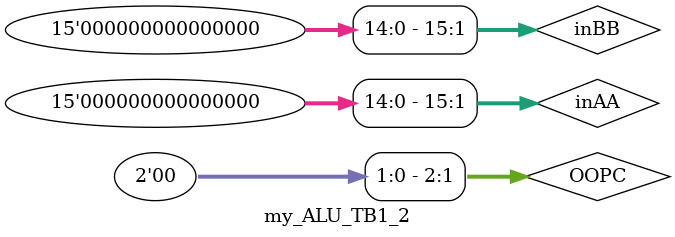
<source format=v>
`timescale 1ns/1ns
module my_ALU_TB1_2();
    reg [15:0] inAA;
    reg [15:0] inBB;
    reg inCC;
    reg [2:0] OOPC;
    wire [15:0] outWW1;
    wire [15:0] outWW2;
    wire ZZer1, NNeg1;
    wire ZZer2, NNeg2;

    my_ALU CUT1(inAA, inBB, inCC, OOPC, outWW1, ZZer1, NNeg1);
    my_ALU_synth CUT2(inAA, inBB, inCC, OOPC, outWW2, ZZer2, NNeg2);
    initial begin
        repeat(6) begin
        inAA = $random;
        inBB = $random;
        inCC = $random;
        OOPC = $random;
        #100;
        end
    end
endmodule
</source>
